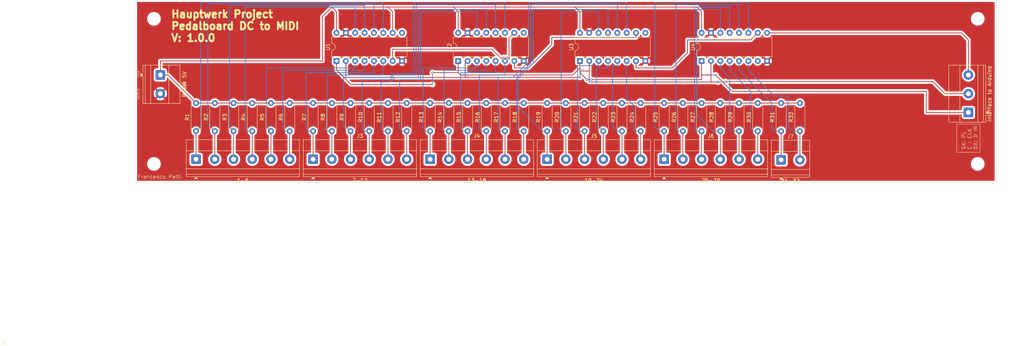
<source format=kicad_pcb>
(kicad_pcb (version 20241229) (generator "pcbnew") (generator_version "9.0")
  (title_block (title "Pedalboard_to_arduino_interface") (date "2025-08-01") (rev "1.0.0") (company "Francesco Patti") (comment 1 "Copyright (c) 2025"))
  (layers (0 "F.Cu" signal) (2 "B.Cu" signal) (13 "F.Paste" user) (15 "B.Paste" user) (5 "F.SilkS" user "F.Silkscreen") (7 "B.SilkS" user "B.Silkscreen") (1 "F.Mask" user) (3 "B.Mask" user) (25 "Edge.Cuts" user))
  (net 0 "")
  (net 1 "GND")
  (net 2 "+5V")
  (net 3 "Net-(J2-Pin_4)")
  (net 4 "Net-(J2-Pin_1)")
  (net 5 "Net-(J2-Pin_5)")
  (net 6 "Net-(J2-Pin_3)")
  (net 7 "Net-(J2-Pin_2)")
  (net 8 "Net-(J2-Pin_6)")
  (net 9 "Net-(J3-Pin_4)")
  (net 10 "Net-(J3-Pin_5)")
  (net 11 "Net-(J3-Pin_2)")
  (net 12 "Net-(J3-Pin_3)")
  (net 13 "Net-(J3-Pin_6)")
  (net 14 "Net-(J3-Pin_1)")
  (net 15 "Net-(J4-Pin_5)")
  (net 16 "Net-(J4-Pin_1)")
  (net 17 "Net-(J4-Pin_4)")
  (net 18 "Net-(J4-Pin_6)")
  (net 19 "Net-(J4-Pin_3)")
  (net 20 "Net-(J4-Pin_2)")
  (net 21 "Net-(J5-Pin_2)")
  (net 22 "Net-(J5-Pin_4)")
  (net 23 "Net-(J5-Pin_3)")
  (net 24 "Net-(J5-Pin_5)")
  (net 25 "Net-(J5-Pin_1)")
  (net 26 "Net-(J5-Pin_6)")
  (net 27 "Net-(J6-Pin_1)")
  (net 28 "Net-(J6-Pin_3)")
  (net 29 "Net-(J6-Pin_6)")
  (net 30 "Net-(J6-Pin_4)")
  (net 31 "Net-(J6-Pin_2)")
  (net 32 "Net-(J6-Pin_5)")
  (net 33 "Net-(J7-Pin_2)")
  (net 34 "Net-(J7-Pin_1)")
  (net 35 "Net-(J8-Pin_3)")
  (net 36 "Net-(J8-Pin_1)")
  (net 38 "Net-(U1-~{Q7})")
  (net 39 "Net-(U2-~{Q7})")
  (net 41 "Net-(U3-~{Q7})")
  (net 44 "Net-(J8-Pin_2)")
  (footprint "TerminalBlock_Phoenix:TerminalBlock_Phoenix_MKDS-1,5-6-5.08_1x06_P5.08mm_Horizontal" (layer "F.Cu") (at 110.49 99.06)
    (property "Reference" "J4")
    (property "Value" "13-18")
  )
  (footprint "Resistor_THT:R_Axial_DIN0207_L6.3mm_D2.5mm_P7.62mm_Horizontal" (layer "F.Cu") (at 179.07 91.44 90)
    (property "Reference" "R26")
    (property "Value" "10k")
  )
  (footprint "Resistor_THT:R_Axial_DIN0207_L6.3mm_D2.5mm_P7.62mm_Horizontal" (layer "F.Cu") (at 115.57 91.44 90)
    (property "Reference" "R14")
    (property "Value" "10k")
  )
  (footprint "Resistor_THT:R_Axial_DIN0207_L6.3mm_D2.5mm_P7.62mm_Horizontal" (layer "F.Cu") (at 194.31 91.44 90)
    (property "Reference" "R29")
    (property "Value" "10k")
  )
  (footprint "TerminalBlock_Phoenix:TerminalBlock_Phoenix_MKDS-1,5-6-5.08_1x06_P5.08mm_Horizontal" (layer "F.Cu") (at 173.99 99.06)
    (property "Reference" "J6")
    (property "Value" "25-30")
  )
  (footprint "Resistor_THT:R_Axial_DIN0207_L6.3mm_D2.5mm_P7.62mm_Horizontal" (layer "F.Cu") (at 199.39 91.44 90)
    (property "Reference" "R30")
    (property "Value" "10k")
  )
  (footprint "TerminalBlock_Phoenix:TerminalBlock_Phoenix_MKDS-1,5-2-5.08_1x02_P5.08mm_Horizontal" (layer "F.Cu") (at 205.735 99.2325)
    (property "Reference" "J7")
    (property "Value" "31-32")
  )
  (footprint "Resistor_THT:R_Axial_DIN0207_L6.3mm_D2.5mm_P7.62mm_Horizontal" (layer "F.Cu") (at 104.14 91.44 90)
    (property "Reference" "R12")
    (property "Value" "10k")
  )
  (footprint "Resistor_THT:R_Axial_DIN0207_L6.3mm_D2.5mm_P7.62mm_Horizontal" (layer "F.Cu") (at 83.82 91.44 90)
    (property "Reference" "R8")
    (property "Value" "10k")
  )
  (footprint "MountingHole:MountingHole_3.2mm_M3_DIN965" (layer "F.Cu") (at 259.08 100.33)
    (property "Reference" "REF**")
    (property "Value" "MountingHole_3.2mm_M3_DIN965")
  )
  (footprint "Resistor_THT:R_Axial_DIN0207_L6.3mm_D2.5mm_P7.62mm_Horizontal" (layer "F.Cu") (at 110.49 91.44 90)
    (property "Reference" "R13")
    (property "Value" "10k")
  )
  (footprint "Resistor_THT:R_Axial_DIN0207_L6.3mm_D2.5mm_P7.62mm_Horizontal" (layer "F.Cu") (at 93.98 91.44 90)
    (property "Reference" "R10")
    (property "Value" "10k")
  )
  (footprint "Resistor_THT:R_Axial_DIN0207_L6.3mm_D2.5mm_P7.62mm_Horizontal" (layer "F.Cu") (at 62.23 91.44 90)
    (property "Reference" "R4")
    (property "Value" "10k")
  )
  (footprint "Resistor_THT:R_Axial_DIN0207_L6.3mm_D2.5mm_P7.62mm_Horizontal" (layer "F.Cu") (at 135.89 91.44 90)
    (property "Reference" "R18")
    (property "Value" "10k")
  )
  (footprint "Resistor_THT:R_Axial_DIN0207_L6.3mm_D2.5mm_P7.62mm_Horizontal" (layer "F.Cu") (at 88.9 91.44 90)
    (property "Reference" "R9")
    (property "Value" "10k")
  )
  (footprint "Resistor_THT:R_Axial_DIN0207_L6.3mm_D2.5mm_P7.62mm_Horizontal" (layer "F.Cu") (at 184.15 91.44 90)
    (property "Reference" "R27")
    (property "Value" "10k")
  )
  (footprint "Resistor_THT:R_Axial_DIN0207_L6.3mm_D2.5mm_P7.62mm_Horizontal" (layer "F.Cu") (at 67.31 91.44 90)
    (property "Reference" "R5")
    (property "Value" "10k")
  )
  (footprint "Resistor_THT:R_Axial_DIN0207_L6.3mm_D2.5mm_P7.62mm_Horizontal" (layer "F.Cu") (at 57.15 91.44 90)
    (property "Reference" "R3")
    (property "Value" "10k")
  )
  (footprint "Resistor_THT:R_Axial_DIN0207_L6.3mm_D2.5mm_P7.62mm_Horizontal" (layer "F.Cu") (at 189.23 91.44 90)
    (property "Reference" "R28")
    (property "Value" "10k")
  )
  (footprint "Package_DIP:DIP-16_W7.62mm" (layer "F.Cu") (at 184.15 72.39 90)
    (property "Reference" "U4")
    (property "Value" "74HC165")
  )
  (footprint "TerminalBlock_Phoenix:TerminalBlock_Phoenix_MKDS-1,5-6-5.08_1x06_P5.08mm_Horizontal" (layer "F.Cu") (at 78.74 99.06)
    (property "Reference" "J3")
    (property "Value" "7-12")
  )
  (footprint "MountingHole:MountingHole_3.2mm_M3_DIN965" (layer "F.Cu") (at 35.56 60.96)
    (property "Reference" "REF**")
    (property "Value" "MountingHole_3.2mm_M3_DIN965")
  )
  (footprint "Resistor_THT:R_Axial_DIN0207_L6.3mm_D2.5mm_P7.62mm_Horizontal" (layer "F.Cu") (at 152.4 91.44 90)
    (property "Reference" "R21")
    (property "Value" "10k")
  )
  (footprint "Resistor_THT:R_Axial_DIN0207_L6.3mm_D2.5mm_P7.62mm_Horizontal" (layer "F.Cu") (at 167.64 91.44 90)
    (property "Reference" "R24")
    (property "Value" "10k")
  )
  (footprint "Resistor_THT:R_Axial_DIN0207_L6.3mm_D2.5mm_P7.62mm_Horizontal" (layer "F.Cu") (at 99.06 91.44 90)
    (property "Reference" "R11")
    (property "Value" "10k")
  )
  (footprint "MountingHole:MountingHole_3.2mm_M3_DIN965" (layer "F.Cu") (at 259.08 60.96)
    (property "Reference" "REF**")
    (property "Value" "MountingHole_3.2mm_M3_DIN965")
  )
  (footprint "Resistor_THT:R_Axial_DIN0207_L6.3mm_D2.5mm_P7.62mm_Horizontal" (layer "F.Cu") (at 142.24 91.44 90)
    (property "Reference" "R19")
    (property "Value" "10k")
  )
  (footprint "Resistor_THT:R_Axial_DIN0207_L6.3mm_D2.5mm_P7.62mm_Horizontal" (layer "F.Cu") (at 130.81 91.44 90)
    (property "Reference" "R17")
    (property "Value" "10k")
  )
  (footprint "Resistor_THT:R_Axial_DIN0207_L6.3mm_D2.5mm_P7.62mm_Horizontal" (layer "F.Cu") (at 173.99 91.44 90)
    (property "Reference" "R25")
    (property "Value" "10k")
  )
  (footprint "Resistor_THT:R_Axial_DIN0207_L6.3mm_D2.5mm_P7.62mm_Horizontal" (layer "F.Cu") (at 125.73 91.44 90)
    (property "Reference" "R16")
    (property "Value" "10k")
  )
  (footprint "TerminalBlock_Phoenix:TerminalBlock_Phoenix_MKDS-1,5-3-5.08_1x03_P5.08mm_Horizontal" (layer "F.Cu") (at 256.54 86.36 90)
    (property "Reference" "J8")
    (property "Value" "Interface to Arduino")
  )
  (footprint "Resistor_THT:R_Axial_DIN0207_L6.3mm_D2.5mm_P7.62mm_Horizontal" (layer "F.Cu") (at 78.74 91.44 90)
    (property "Reference" "R7")
    (property "Value" "10k")
  )
  (footprint "Resistor_THT:R_Axial_DIN0207_L6.3mm_D2.5mm_P7.62mm_Horizontal" (layer "F.Cu") (at 210.82 91.44 90)
    (property "Reference" "R32")
    (property "Value" "10k")
  )
  (footprint "Resistor_THT:R_Axial_DIN0207_L6.3mm_D2.5mm_P7.62mm_Horizontal" (layer "F.Cu") (at 120.65 91.44 90)
    (property "Reference" "R15")
    (property "Value" "10k")
  )
  (footprint "Resistor_THT:R_Axial_DIN0207_L6.3mm_D2.5mm_P7.62mm_Horizontal" (layer "F.Cu") (at 52.07 91.44 90)
    (property "Reference" "R2")
    (property "Value" "10k")
  )
  (footprint "TerminalBlock_Phoenix:TerminalBlock_Phoenix_MKDS-1,5-2-5.08_1x02_P5.08mm_Horizontal" (layer "F.Cu") (at 37.2925 76.195 -90)
    (property "Reference" "J1")
    (property "Value" "Power 5V")
  )
  (footprint "Resistor_THT:R_Axial_DIN0207_L6.3mm_D2.5mm_P7.62mm_Horizontal" (layer "F.Cu") (at 157.48 91.44 90)
    (property "Reference" "R22")
    (property "Value" "10k")
  )
  (footprint "TerminalBlock_Phoenix:TerminalBlock_Phoenix_MKDS-1,5-6-5.08_1x06_P5.08mm_Horizontal" (layer "F.Cu") (at 46.99 99.06)
    (property "Reference" "J2")
    (property "Value" "1-6")
  )
  (footprint "TerminalBlock_Phoenix:TerminalBlock_Phoenix_MKDS-1,5-6-5.08_1x06_P5.08mm_Horizontal" (layer "F.Cu") (at 142.24 99.06)
    (property "Reference" "J5")
    (property "Value" "19-24")
  )
  (footprint "Resistor_THT:R_Axial_DIN0207_L6.3mm_D2.5mm_P7.62mm_Horizontal" (layer "F.Cu") (at 162.56 91.44 90)
    (property "Reference" "R23")
    (property "Value" "10k")
  )
  (footprint "Resistor_THT:R_Axial_DIN0207_L6.3mm_D2.5mm_P7.62mm_Horizontal" (layer "F.Cu") (at 147.32 91.44 90)
    (property "Reference" "R20")
    (property "Value" "10k")
  )
  (footprint "Package_DIP:DIP-16_W7.62mm" (layer "F.Cu") (at 85.09 72.39 90)
    (property "Reference" "U1")
    (property "Value" "74HC165")
  )
  (footprint "Package_DIP:DIP-16_W7.62mm" (layer "F.Cu") (at 151.13 72.39 90)
    (property "Reference" "U3")
    (property "Value" "74HC165")
  )
  (footprint "MountingHole:MountingHole_3.2mm_M3_DIN965" (layer "F.Cu") (at 35.56 100.33)
    (property "Reference" "REF**")
    (property "Value" "MountingHole_3.2mm_M3_DIN965")
  )
  (footprint "Resistor_THT:R_Axial_DIN0207_L6.3mm_D2.5mm_P7.62mm_Horizontal" (layer "F.Cu") (at 72.39 91.44 90)
    (property "Reference" "R6")
    (property "Value" "10k")
  )
  (footprint "Resistor_THT:R_Axial_DIN0207_L6.3mm_D2.5mm_P7.62mm_Horizontal" (layer "F.Cu") (at 205.74 91.44 90)
    (property "Reference" "R31")
    (property "Value" "10k")
  )
  (footprint "Resistor_THT:R_Axial_DIN0207_L6.3mm_D2.5mm_P7.62mm_Horizontal" (layer "F.Cu") (at 46.99 91.44 90)
    (property "Reference" "R1")
    (property "Value" "10k")
  )
  (footprint "Package_DIP:DIP-16_W7.62mm" (layer "F.Cu") (at 118.11 72.39 90)
    (property "Reference" "U2")
    (property "Value" "74HC165")
  )
  (gr_rect (start 253.365 89.535) (end 259.715 97.155) (stroke (width 0.1)) (fill no) (layer "F.SilkS"))
  (gr_line (start 30.48 105.41) (end 30.48 55.88) (stroke (width 0.05)) (layer "Edge.Cuts"))
  (gr_line (start 264.16 105.41) (end 30.48 105.41) (stroke (width 0.05)) (layer "Edge.Cuts"))
  (gr_line (start 30.48 55.88) (end 264.16 55.88) (stroke (width 0.05)) (layer "Edge.Cuts"))
  (gr_line (start 264.16 55.88) (end 264.16 105.41) (stroke (width 0.05)) (layer "Edge.Cuts"))
  (gr_text "5V    GND" (at 30.48 74.93 270) (layer "F.SilkS") (effects (font (size 1 1) (thickness 0.1)) (justify left bottom)))
  (gr_text "Francesco Patti" (at 31.115 104.39 0) (layer "F.SilkS") (effects (font (size 1 1) (thickness 0.1)) (justify left bottom)))
  (gr_text "Hauptwerk Project\nPedalboard DC to MIDI\nV: 1.0.0" (at 40.005 67.31 0) (layer "F.SilkS") (effects (font (size 2 2) (thickness 0.5) (bold yes)) (justify left bottom)))
  (gr_text "SX: PL\nC : CLK\nDX: D IN" (at 259.08 96.52 90) (layer "F.SilkS") (effects (font (size 1 1) (thickness 0.1)) (justify left bottom)))
  (segment (start 88.9 83.82) (end 93.98 83.82) (width 0.2) (layer "F.Cu") (net 2))
  (segment (start 184.15 59.055) (end 184.15 64.77) (width 0.2) (layer "F.Cu") (net 2))
  (segment (start 125.73 83.82) (end 130.81 83.82) (width 0.2) (layer "F.Cu") (net 2))
  (segment (start 110.49 83.82) (end 115.57 83.82) (width 0.2) (layer "F.Cu") (net 2))
  (segment (start 194.31 83.82) (end 199.39 83.82) (width 0.2) (layer "F.Cu") (net 2))
  (segment (start 120.65 83.82) (end 125.73 83.82) (width 0.2) (layer "F.Cu") (net 2))
  (segment (start 179.07 83.82) (end 184.15 83.82) (width 0.2) (layer "F.Cu") (net 2))
  (segment (start 147.32 83.82) (end 152.4 83.82) (width 0.2) (layer "F.Cu") (net 2))
  (segment (start 78.74 83.82) (end 83.82 83.82) (width 0.2) (layer "F.Cu") (net 2))
  (segment (start 189.23 83.82) (end 194.31 83.82) (width 0.2) (layer "F.Cu") (net 2))
  (segment (start 140.97 83.82) (end 147.32 83.82) (width 0.2) (layer "F.Cu") (net 2))
  (segment (start 52.07 83.82) (end 57.15 83.82) (width 0.2) (layer "F.Cu") (net 2))
  (segment (start 135.89 83.82) (end 140.97 83.82) (width 0.2) (layer "F.Cu") (net 2))
  (segment (start 149.86 57.785) (end 182.88 57.785) (width 0.2) (layer "F.Cu") (net 2))
  (segment (start 173.99 83.82) (end 179.07 83.82) (width 0.2) (layer "F.Cu") (net 2))
  (segment (start 152.4 83.82) (end 157.48 83.82) (width 0.2) (layer "F.Cu") (net 2))
  (segment (start 83.82 83.82) (end 88.9 83.82) (width 0.2) (layer "F.Cu") (net 2))
  (segment (start 130.81 83.82) (end 135.89 83.82) (width 0.2) (layer "F.Cu") (net 2))
  (segment (start 57.15 83.82) (end 62.23 83.82) (width 0.2) (layer "F.Cu") (net 2))
  (segment (start 205.74 83.82) (end 210.82 83.82) (width 0.2) (layer "F.Cu") (net 2))
  (segment (start 46.99 83.82) (end 52.07 83.82) (width 0.2) (layer "F.Cu") (net 2))
  (segment (start 37.2925 76.195) (end 39.365 76.195) (width 0.2) (layer "F.Cu") (net 2))
  (segment (start 93.98 83.82) (end 99.06 83.82) (width 0.2) (layer "F.Cu") (net 2))
  (segment (start 83.82 57.785) (end 99.06 57.785) (width 0.2) (layer "F.Cu") (net 2))
  (segment (start 118.11 59.055) (end 118.11 64.77) (width 0.2) (layer "F.Cu") (net 2))
  (segment (start 149.86 57.785) (end 151.13 59.055) (width 0.2) (layer "F.Cu") (net 2))
  (segment (start 116.84 57.785) (end 118.11 59.055) (width 0.2) (layer "F.Cu") (net 2))
  (segment (start 100.33 64.77) (end 100.33 59.055) (width 0.2) (layer "F.Cu") (net 2))
  (segment (start 81.28 60.325) (end 83.82 57.785) (width 0.2) (layer "F.Cu") (net 2))
  (segment (start 104.14 83.82) (end 110.49 83.82) (width 0.2) (layer "F.Cu") (net 2))
  (segment (start 100.33 59.055) (end 99.06 57.785) (width 0.2) (layer "F.Cu") (net 2))
  (segment (start 151.13 59.055) (end 151.13 64.77) (width 0.2) (layer "F.Cu") (net 2))
  (segment (start 72.39 83.82) (end 78.74 83.82) (width 0.2) (layer "F.Cu") (net 2))
  (segment (start 167.64 83.82) (end 173.99 83.82) (width 0.2) (layer "F.Cu") (net 2))
  (segment (start 157.48 83.82) (end 162.56 83.82) (width 0.2) (layer "F.Cu") (net 2))
  (segment (start 67.31 83.82) (end 72.39 83.82) (width 0.2) (layer "F.Cu") (net 2))
  (segment (start 99.06 83.82) (end 104.14 83.82) (width 0.2) (layer "F.Cu") (net 2))
  (segment (start 62.23 83.82) (end 67.31 83.82) (width 0.2) (layer "F.Cu") (net 2))
  (segment (start 39.365 76.195) (end 46.99 83.82) (width 0.2) (layer "F.Cu") (net 2))
  (segment (start 83.82 57.785) (end 85.09 59.055) (width 0.2) (layer "F.Cu") (net 2))
  (segment (start 184.15 83.82) (end 189.23 83.82) (width 0.2) (layer "F.Cu") (net 2))
  (segment (start 37.2925 72.39) (end 81.28 72.39) (width 0.2) (layer "F.Cu") (net 2))
  (segment (start 162.56 83.82) (end 167.64 83.82) (width 0.2) (layer "F.Cu") (net 2))
  (segment (start 115.57 83.82) (end 120.65 83.82) (width 0.2) (layer "F.Cu") (net 2))
  (segment (start 85.09 59.055) (end 85.09 64.77) (width 0.2) (layer "F.Cu") (net 2))
  (segment (start 182.88 57.785) (end 184.15 59.055) (width 0.2) (layer "F.Cu") (net 2))
  (segment (start 116.84 57.785) (end 149.86 57.785) (width 0.2) (layer "F.Cu") (net 2))
  (segment (start 99.06 57.785) (end 116.84 57.785) (width 0.2) (layer "F.Cu") (net 2))
  (segment (start 37.2925 76.195) (end 37.2925 72.39) (width 0.2) (layer "F.Cu") (net 2))
  (segment (start 81.28 72.39) (end 81.28 60.325) (width 0.2) (layer "F.Cu") (net 2))
  (segment (start 199.39 83.82) (end 205.74 83.82) (width 0.2) (layer "F.Cu") (net 2))
  (segment (start 62.23 91.44) (end 62.23 99.06) (width 0.2) (layer "F.Cu") (net 3))
  (segment (start 60.325 57.785) (end 90.17 57.785) (width 0.2) (layer "B.Cu") (net 3))
  (segment (start 90.17 57.785) (end 90.17 64.77) (width 0.2) (layer "B.Cu") (net 3))
  (segment (start 62.23 91.44) (end 60.96 91.44) (width 0.2) (layer "B.Cu") (net 3))
  (segment (start 60.96 91.44) (end 60.325 90.805) (width 0.2) (layer "B.Cu") (net 3))
  (segment (start 60.325 90.805) (end 60.325 57.785) (width 0.2) (layer "B.Cu") (net 3))
  (segment (start 46.99 91.44) (end 46.99 99.06) (width 0.2) (layer "F.Cu") (net 4))
  (segment (start 46.99 91.44) (end 48.26 90.17) (width 0.2) (layer "B.Cu") (net 4))
  (segment (start 48.26 56.515) (end 97.79 56.515) (width 0.2) (layer "B.Cu") (net 4))
  (segment (start 48.26 90.17) (end 48.26 56.515) (width 0.2) (layer "B.Cu") (net 4))
  (segment (start 97.79 56.515) (end 97.79 64.77) (width 0.2) (layer "B.Cu") (net 4))
  (segment (start 67.31 91.44) (end 67.31 99.06) (width 0.2) (layer "F.Cu") (net 5))
  (segment (start 67.31 91.44) (end 66.04 90.17) (width 0.2) (layer "B.Cu") (net 5))
  (segment (start 66.04 90.17) (end 66.04 74.295) (width 0.2) (layer "B.Cu") (net 5))
  (segment (start 66.04 74.295) (end 90.17 74.295) (width 0.2) (layer "B.Cu") (net 5))
  (segment (start 90.17 74.295) (end 90.17 72.39) (width 0.2) (layer "B.Cu") (net 5))
  (segment (start 57.15 91.44) (end 57.15 99.06) (width 0.2) (layer "F.Cu") (net 6))
  (segment (start 92.71 57.317) (end 92.71 64.77) (width 0.2) (layer "B.Cu") (net 6))
  (segment (start 56.049 90.339) (end 56.049 57.616) (width 0.2) (layer "B.Cu") (net 6))
  (segment (start 57.15 91.44) (end 56.049 90.339) (width 0.2) (layer "B.Cu") (net 6))
  (segment (start 56.348 57.317) (end 92.71 57.317) (width 0.2) (layer "B.Cu") (net 6))
  (segment (start 56.049 57.616) (end 56.348 57.317) (width 0.2) (layer "B.Cu") (net 6))
  (segment (start 52.07 91.44) (end 52.07 99.06) (width 0.2) (layer "F.Cu") (net 7))
  (segment (start 52.07 91.44) (end 50.165 89.535) (width 0.2) (layer "B.Cu") (net 7))
  (segment (start 95.25 56.916) (end 95.25 64.77) (width 0.2) (layer "B.Cu") (net 7))
  (segment (start 50.399 56.916) (end 95.25 56.916) (width 0.2) (layer "B.Cu") (net 7))
  (segment (start 50.165 57.15) (end 50.399 56.916) (width 0.2) (layer "B.Cu") (net 7))
  (segment (start 50.165 89.535) (end 50.165 57.15) (width 0.2) (layer "B.Cu") (net 7))
  (segment (start 72.39 91.44) (end 72.39 99.06) (width 0.2) (layer "F.Cu") (net 8))
  (segment (start 92.71 74.93) (end 92.71 72.39) (width 0.2) (layer "B.Cu") (net 8))
  (segment (start 70.485 90.805) (end 70.485 74.93) (width 0.2) (layer "B.Cu") (net 8))
  (segment (start 72.39 91.44) (end 71.12 91.44) (width 0.2) (layer "B.Cu") (net 8))
  (segment (start 70.485 74.93) (end 92.71 74.93) (width 0.2) (layer "B.Cu") (net 8))
  (segment (start 71.12 91.44) (end 70.485 90.805) (width 0.2) (layer "B.Cu") (net 8))
  (segment (start 93.98 91.44) (end 93.98 99.06) (width 0.2) (layer "F.Cu") (net 9))
  (segment (start 106.68 76.2) (end 106.68 57.15) (width 0.2) (layer "B.Cu") (net 9))
  (segment (start 92.71 91.44) (end 92.075 90.805) (width 0.2) (layer "B.Cu") (net 9))
  (segment (start 92.075 90.805) (end 92.075 77.47) (width 0.2) (layer "B.Cu") (net 9))
  (segment (start 92.075 77.47) (end 99.695 77.47) (width 0.2) (layer "B.Cu") (net 9))
  (segment (start 106.68 57.15) (end 128.27 57.15) (width 0.2) (layer "B.Cu") (net 9))
  (segment (start 100.33 76.2) (end 106.68 76.2) (width 0.2) (layer "B.Cu") (net 9))
  (segment (start 93.98 91.44) (end 92.71 91.44) (width 0.2) (layer "B.Cu") (net 9))
  (segment (start 99.695 77.47) (end 100.33 76.835) (width 0.2) (layer "B.Cu") (net 9))
  (segment (start 100.33 76.835) (end 100.33 76.2) (width 0.2) (layer "B.Cu") (net 9))
  (segment (start 128.27 57.15) (end 128.27 64.77) (width 0.2) (layer "B.Cu") (net 9))
  (segment (start 99.06 91.44) (end 99.06 99.06) (width 0.2) (layer "F.Cu") (net 10))
  (segment (start 107.315 76.835) (end 107.315 58.42) (width 0.2) (layer "B.Cu") (net 10))
  (segment (start 125.73 58.42) (end 125.73 64.77) (width 0.2) (layer "B.Cu") (net 10))
  (segment (start 97.155 78.105) (end 99.695 78.105) (width 0.2) (layer "B.Cu") (net 10))
  (segment (start 107.315 58.42) (end 125.73 58.42) (width 0.2) (layer "B.Cu") (net 10))
  (segment (start 99.695 78.105) (end 100.965 76.835) (width 0.2) (layer "B.Cu") (net 10))
  (segment (start 100.965 76.835) (end 107.315 76.835) (width 0.2) (layer "B.Cu") (net 10))
  (segment (start 97.79 91.44) (end 97.155 90.805) (width 0.2) (layer "B.Cu") (net 10))
  (segment (start 97.155 90.805) (end 97.155 78.105) (width 0.2) (layer "B.Cu") (net 10))
  (segment (start 99.06 91.44) (end 97.79 91.44) (width 0.2) (layer "B.Cu") (net 10))
  (segment (start 83.82 91.44) (end 83.82 99.06) (width 0.2) (layer "F.Cu") (net 11))
  (segment (start 82.55 91.44) (end 81.915 90.805) (width 0.2) (layer "B.Cu") (net 11))
  (segment (start 81.915 90.805) (end 82.55 90.17) (width 0.2) (layer "B.Cu") (net 11))
  (segment (start 97.79 76.2) (end 97.79 72.39) (width 0.2) (layer "B.Cu") (net 11))
  (segment (start 83.82 91.44) (end 82.55 91.44) (width 0.2) (layer "B.Cu") (net 11))
  (segment (start 82.55 90.17) (end 82.55 76.2) (width 0.2) (layer "B.Cu") (net 11))
  (segment (start 82.55 76.2) (end 97.79 76.2) (width 0.2) (layer "B.Cu") (net 11))
  (segment (start 88.9 91.44) (end 88.9 99.06) (width 0.2) (layer "F.Cu") (net 12))
  (segment (start 106.045 56.515) (end 130.81 56.515) (width 0.2) (layer "B.Cu") (net 12))
  (segment (start 86.995 76.835) (end 99.7629 76.835) (width 0.2) (layer "B.Cu") (net 12))
  (segment (start 100.1639 75.799) (end 106.045 75.799) (width 0.2) (layer "B.Cu") (net 12))
  (segment (start 87.63 90.17) (end 86.995 90.17) (width 0.2) (layer "B.Cu") (net 12))
  (segment (start 99.929 76.6689) (end 99.929 76.0339) (width 0.2) (layer "B.Cu") (net 12))
  (segment (start 130.81 56.515) (end 130.81 64.77) (width 0.2) (layer "B.Cu") (net 12))
  (segment (start 106.045 75.799) (end 106.045 56.515) (width 0.2) (layer "B.Cu") (net 12))
  (segment (start 86.995 90.17) (end 86.995 76.835) (width 0.2) (layer "B.Cu") (net 12))
  (segment (start 88.9 91.44) (end 87.63 90.17) (width 0.2) (layer "B.Cu") (net 12))
  (segment (start 99.929 76.0339) (end 100.1639 75.799) (width 0.2) (layer "B.Cu") (net 12))
  (segment (start 99.7629 76.835) (end 99.929 76.6689) (width 0.2) (layer "B.Cu") (net 12))
  (segment (start 104.14 91.44) (end 104.14 99.06) (width 0.2) (layer "F.Cu") (net 13))
  (segment (start 107.95 77.47) (end 107.95 59.055) (width 0.2) (layer "B.Cu") (net 13))
  (segment (start 102.87 91.44) (end 102.235 90.805) (width 0.2) (layer "B.Cu") (net 13))
  (segment (start 107.95 59.055) (end 123.19 59.055) (width 0.2) (layer "B.Cu") (net 13))
  (segment (start 123.19 59.055) (end 123.19 64.77) (width 0.2) (layer "B.Cu") (net 13))
  (segment (start 102.235 77.47) (end 107.95 77.47) (width 0.2) (layer "B.Cu") (net 13))
  (segment (start 102.235 90.805) (end 102.235 77.47) (width 0.2) (layer "B.Cu") (net 13))
  (segment (start 104.14 91.44) (end 102.87 91.44) (width 0.2) (layer "B.Cu") (net 13))
  (segment (start 78.74 91.44) (end 78.74 99.06) (width 0.2) (layer "F.Cu") (net 14))
  (segment (start 77.47 91.44) (end 76.835 90.805) (width 0.2) (layer "B.Cu") (net 14))
  (segment (start 95.25 75.565) (end 95.25 72.39) (width 0.2) (layer "B.Cu") (net 14))
  (segment (start 76.835 75.565) (end 95.25 75.565) (width 0.2) (layer "B.Cu") (net 14))
  (segment (start 76.835 90.805) (end 76.835 75.565) (width 0.2) (layer "B.Cu") (net 14))
  (segment (start 78.74 91.44) (end 77.47 91.44) (width 0.2) (layer "B.Cu") (net 14))
  (segment (start 130.81 91.44) (end 130.81 99.06) (width 0.2) (layer "F.Cu") (net 15))
  (segment (start 137.16 72.67705) (end 137.16 56.515) (width 0.2) (layer "B.Cu") (net 15))
  (segment (start 129.54 91.44) (end 128.905 90.805) (width 0.2) (layer "B.Cu") (net 15))
  (segment (start 130.81 91.44) (end 129.54 91.44) (width 0.2) (layer "B.Cu") (net 15))
  (segment (start 137.16 56.515) (end 163.83 56.515) (width 0.2) (layer "B.Cu") (net 15))
  (segment (start 163.83 56.515) (end 163.83 64.77) (width 0.2) (layer "B.Cu") (net 15))
  (segment (start 128.905 76.835) (end 133.00205 76.835) (width 0.2) (layer "B.Cu") (net 15))
  (segment (start 128.905 90.805) (end 128.905 76.835) (width 0.2) (layer "B.Cu") (net 15))
  (segment (start 133.00205 76.835) (end 137.16 72.67705) (width 0.2) (layer "B.Cu") (net 15))
  (segment (start 110.49 91.44) (end 110.49 99.06) (width 0.2) (layer "F.Cu") (net 16))
  (segment (start 109.22 91.44) (end 108.585 90.805) (width 0.2) (layer "B.Cu") (net 16))
  (segment (start 123.19 74.295) (end 123.19 72.39) (width 0.2) (layer "B.Cu") (net 16))
  (segment (start 108.585 74.295) (end 123.19 74.295) (width 0.2) (layer "B.Cu") (net 16))
  (segment (start 110.49 91.44) (end 109.22 91.44) (width 0.2) (layer "B.Cu") (net 16))
  (segment (start 108.585 90.805) (end 108.585 74.295) (width 0.2) (layer "B.Cu") (net 16))
  (segment (start 125.73 91.44) (end 125.73 99.06) (width 0.2) (layer "F.Cu") (net 17))
  (segment (start 125.73 91.44) (end 124.46 91.44) (width 0.2) (layer "B.Cu") (net 17))
  (segment (start 123.825 90.805) (end 123.825 76.2) (width 0.2) (layer "B.Cu") (net 17))
  (segment (start 124.46 91.44) (end 123.825 90.805) (width 0.2) (layer "B.Cu") (net 17))
  (segment (start 123.825 76.2) (end 130.81 76.2) (width 0.2) (layer "B.Cu") (net 17))
  (segment (start 130.81 76.2) (end 130.81 72.39) (width 0.2) (layer "B.Cu") (net 17))
  (segment (start 135.89 91.44) (end 135.89 99.06) (width 0.2) (layer "F.Cu") (net 18))
  (segment (start 137.795 73.025) (end 137.795 57.15) (width 0.2) (layer "B.Cu") (net 18))
  (segment (start 137.795 57.15) (end 138.43 57.15) (width 0.2) (layer "B.Cu") (net 18))
  (segment (start 133.985 76.835) (end 137.795 73.025) (width 0.2) (layer "B.Cu") (net 18))
  (segment (start 133.985 90.805) (end 133.985 76.835) (width 0.2) (layer "B.Cu") (net 18))
  (segment (start 161.29 56.916) (end 161.29 64.77) (width 0.2) (layer "B.Cu") (net 18))
  (segment (start 138.43 57.15) (end 138.664 56.916) (width 0.2) (layer "B.Cu") (net 18))
  (segment (start 135.89 91.44) (end 134.62 91.44) (width 0.2) (layer "B.Cu") (net 18))
  (segment (start 138.664 56.916) (end 161.29 56.916) (width 0.2) (layer "B.Cu") (net 18))
  (segment (start 134.62 91.44) (end 133.985 90.805) (width 0.2) (layer "B.Cu") (net 18))
  (segment (start 120.65 91.44) (end 120.65 99.06) (width 0.2) (layer "F.Cu") (net 19))
  (segment (start 118.745 75.565) (end 128.27 75.565) (width 0.2) (layer "B.Cu") (net 19))
  (segment (start 120.65 91.44) (end 119.38 91.44) (width 0.2) (layer "B.Cu") (net 19))
  (segment (start 119.38 91.44) (end 118.745 90.805) (width 0.2) (layer "B.Cu") (net 19))
  (segment (start 118.745 90.805) (end 118.745 75.565) (width 0.2) (layer "B.Cu") (net 19))
  (segment (start 128.27 75.565) (end 128.27 72.39) (width 0.2) (layer "B.Cu") (net 19))
  (segment (start 115.57 91.44) (end 115.57 99.06) (width 0.2) (layer "F.Cu") (net 20))
  (segment (start 114.3 91.44) (end 113.665 90.805) (width 0.2) (layer "B.Cu") (net 20))
  (segment (start 114.3 90.17) (end 114.3 74.93) (width 0.2) (layer "B.Cu") (net 20))
  (segment (start 125.73 74.93) (end 125.73 72.39) (width 0.2) (layer "B.Cu") (net 20))
  (segment (start 115.57 91.44) (end 114.3 91.44) (width 0.2) (layer "B.Cu") (net 20))
  (segment (start 113.665 90.805) (end 114.3 90.17) (width 0.2) (layer "B.Cu") (net 20))
  (segment (start 114.3 74.93) (end 125.73 74.93) (width 0.2) (layer "B.Cu") (net 20))
  (segment (start 147.32 91.44) (end 147.32 99.06) (width 0.2) (layer "F.Cu") (net 21))
  (segment (start 146.05 91.44) (end 145.415 90.805) (width 0.2) (layer "B.Cu") (net 21))
  (segment (start 147.32 91.44) (end 146.05 91.44) (width 0.2) (layer "B.Cu") (net 21))
  (segment (start 156.21 59.055) (end 156.21 64.77) (width 0.2) (layer "B.Cu") (net 21))
  (segment (start 146.05 90.17) (end 146.05 59.055) (width 0.2) (layer "B.Cu") (net 21))
  (segment (start 145.415 90.805) (end 146.05 90.17) (width 0.2) (layer "B.Cu") (net 21))
  (segment (start 146.05 59.055) (end 156.21 59.055) (width 0.2) (layer "B.Cu") (net 21))
  (segment (start 157.48 91.44) (end 157.48 99.06) (width 0.2) (layer "F.Cu") (net 22))
  (segment (start 155.575 90.17) (end 155.575 74.295) (width 0.2) (layer "B.Cu") (net 22))
  (segment (start 155.575 74.295) (end 158.75 74.295) (width 0.2) (layer "B.Cu") (net 22))
  (segment (start 157.48 91.44) (end 156.21 90.17) (width 0.2) (layer "B.Cu") (net 22))
  (segment (start 158.75 74.295) (end 158.75 72.39) (width 0.2) (layer "B.Cu") (net 22))
  (segment (start 156.21 90.17) (end 155.575 90.17) (width 0.2) (layer "B.Cu") (net 22))
  (segment (start 152.4 91.44) (end 152.4 99.06) (width 0.2) (layer "F.Cu") (net 23))
  (segment (start 150.495 73.66) (end 156.21 73.66) (width 0.2) (layer "B.Cu") (net 23))
  (segment (start 156.21 73.66) (end 156.21 72.39) (width 0.2) (layer "B.Cu") (net 23))
  (segment (start 150.495 89.535) (end 150.495 73.66) (width 0.2) (layer "B.Cu") (net 23))
  (segment (start 152.4 91.44) (end 151.13 91.44) (width 0.2) (layer "B.Cu") (net 23))
  (segment (start 151.13 91.44) (end 149.86 90.17) (width 0.2) (layer "B.Cu") (net 23))
  (segment (start 149.86 90.17) (end 150.495 89.535) (width 0.2) (layer "B.Cu") (net 23))
  (segment (start 162.56 91.44) (end 162.56 99.06) (width 0.2) (layer "F.Cu") (net 24))
  (segment (start 161.29 91.44) (end 160.02 90.17) (width 0.2) (layer "B.Cu") (net 24))
  (segment (start 161.29 73.66) (end 161.29 72.39) (width 0.2) (layer "B.Cu") (net 24))
  (segment (start 160.02 73.66) (end 161.29 73.66) (width 0.2) (layer "B.Cu") (net 24))
  (segment (start 160.02 90.17) (end 160.02 73.66) (width 0.2) (layer "B.Cu") (net 24))
  (segment (start 162.56 91.44) (end 161.29 91.44) (width 0.2) (layer "B.Cu") (net 24))
  (segment (start 142.24 91.44) (end 142.24 99.06) (width 0.2) (layer "F.Cu") (net 25))
  (segment (start 138.43 58.42) (end 158.75 58.42) (width 0.2) (layer "B.Cu") (net 25))
  (segment (start 140.97 91.44) (end 134.386 84.856) (width 0.2) (layer "B.Cu") (net 25))
  (segment (start 158.75 58.42) (end 158.75 64.77) (width 0.2) (layer "B.Cu") (net 25))
  (segment (start 134.386 84.856) (end 134.386 77.069) (width 0.2) (layer "B.Cu") (net 25))
  (segment (start 134.386 77.069) (end 138.43 73.025) (width 0.2) (layer "B.Cu") (net 25))
  (segment (start 142.24 91.44) (end 140.97 91.44) (width 0.2) (layer "B.Cu") (net 25))
  (segment (start 138.43 73.025) (end 138.43 58.42) (width 0.2) (layer "B.Cu") (net 25))
  (segment (start 167.64 91.44) (end 167.64 99.06) (width 0.2) (layer "F.Cu") (net 26))
  (segment (start 163.83 82.55) (end 163.83 72.39) (width 0.2) (layer "B.Cu") (net 26))
  (segment (start 165.735 84.455) (end 163.83 82.55) (width 0.2) (layer "B.Cu") (net 26))
  (segment (start 165.735 91.44) (end 165.735 84.455) (width 0.2) (layer "B.Cu") (net 26))
  (segment (start 167.64 91.44) (end 165.735 91.44) (width 0.2) (layer "B.Cu") (net 26))
  (segment (start 173.99 91.44) (end 173.99 99.06) (width 0.2) (layer "F.Cu") (net 27))
  (segment (start 196.85 56.515) (end 196.85 64.77) (width 0.2) (layer "B.Cu") (net 27))
  (segment (start 173.99 91.44) (end 172.72 91.44) (width 0.2) (layer "B.Cu") (net 27))
  (segment (start 171.45 56.515) (end 196.85 56.515) (width 0.2) (layer "B.Cu") (net 27))
  (segment (start 172.72 91.44) (end 171.45 90.17) (width 0.2) (layer "B.Cu") (net 27))
  (segment (start 171.45 90.17) (end 171.45 56.515) (width 0.2) (layer "B.Cu") (net 27))
  (segment (start 184.15 91.44) (end 184.15 99.06) (width 0.2) (layer "F.Cu") (net 28))
  (segment (start 191.77 57.785) (end 191.77 64.77) (width 0.2) (layer "B.Cu") (net 28))
  (segment (start 182.245 57.785) (end 191.77 57.785) (width 0.2) (layer "B.Cu") (net 28))
  (segment (start 182.245 90.805) (end 182.245 57.785) (width 0.2) (layer "B.Cu") (net 28))
  (segment (start 184.15 91.44) (end 182.88 91.44) (width 0.2) (layer "B.Cu") (net 28))
  (segment (start 182.88 91.44) (end 182.245 90.805) (width 0.2) (layer "B.Cu") (net 28))
  (segment (start 199.39 91.44) (end 199.39 99.06) (width 0.2) (layer "F.Cu") (net 29))
  (segment (start 197.485 80.645) (end 191.77 74.93) (width 0.2) (layer "B.Cu") (net 29))
  (segment (start 199.39 91.44) (end 198.12 91.44) (width 0.2) (layer "B.Cu") (net 29))
  (segment (start 191.77 74.93) (end 191.77 72.39) (width 0.2) (layer "B.Cu") (net 29))
  (segment (start 198.12 91.44) (end 197.485 90.805) (width 0.2) (layer "B.Cu") (net 29))
  (segment (start 197.485 90.805) (end 197.485 80.645) (width 0.2) (layer "B.Cu") (net 29))
  (segment (start 189.23 91.44) (end 189.23 99.06) (width 0.2) (layer "F.Cu") (net 30))
  (segment (start 189.23 58.42) (end 189.23 64.77) (width 0.2) (layer "B.Cu") (net 30))
  (segment (start 187.325 91.44) (end 182.88 86.995) (width 0.2) (layer "B.Cu") (net 30))
  (segment (start 189.23 91.44) (end 187.325 91.44) (width 0.2) (layer "B.Cu") (net 30))
  (segment (start 182.88 58.42) (end 189.23 58.42) (width 0.2) (layer "B.Cu") (net 30))
  (segment (start 182.88 86.995) (end 182.88 58.42) (width 0.2) (layer "B.Cu") (net 30))
  (segment (start 179.07 91.44) (end 179.07 99.06) (width 0.2) (layer "F.Cu") (net 31))
  (segment (start 177.165 90.805) (end 177.165 57.15) (width 0.2) (layer "B.Cu") (net 31))
  (segment (start 177.165 57.15) (end 194.31 57.15) (width 0.2) (layer "B.Cu") (net 31))
  (segment (start 177.8 91.44) (end 177.165 90.805) (width 0.2) (layer "B.Cu") (net 31))
  (segment (start 179.07 91.44) (end 177.8 91.44) (width 0.2) (layer "B.Cu") (net 31))
  (segment (start 194.31 57.15) (end 194.31 64.77) (width 0.2) (layer "B.Cu") (net 31))
  (segment (start 194.31 91.44) (end 194.31 99.06) (width 0.2) (layer "F.Cu") (net 32))
  (segment (start 191.77 90.805) (end 191.77 76.835) (width 0.2) (layer "B.Cu") (net 32))
  (segment (start 192.405 91.44) (end 191.77 90.805) (width 0.2) (layer "B.Cu") (net 32))
  (segment (start 191.77 76.835) (end 189.23 74.295) (width 0.2) (layer "B.Cu") (net 32))
  (segment (start 194.31 91.44) (end 192.405 91.44) (width 0.2) (layer "B.Cu") (net 32))
  (segment (start 189.23 74.295) (end 189.23 72.39) (width 0.2) (layer "B.Cu") (net 32))
  (segment (start 210.82 99.2275) (end 210.815 99.2325) (width 0.2) (layer "F.Cu") (net 33))
  (segment (start 210.82 91.44) (end 210.82 99.2275) (width 0.2) (layer "F.Cu") (net 33))
  (segment (start 208.915 91.44) (end 207.645 90.17) (width 0.2) (layer "B.Cu") (net 33))
  (segment (start 210.82 91.44) (end 208.915 91.44) (width 0.2) (layer "B.Cu") (net 33))
  (segment (start 196.85 74.93) (end 196.85 72.39) (width 0.2) (layer "B.Cu") (net 33))
  (segment (start 207.645 90.17) (end 207.645 81.915) (width 0.2) (layer "B.Cu") (net 33))
  (segment (start 207.645 81.915) (end 203.835 81.915) (width 0.2) (layer "B.Cu") (net 33))
  (segment (start 203.835 81.915) (end 196.85 74.93) (width 0.2) (layer "B.Cu") (net 33))
  (segment (start 205.74 91.44) (end 205.74 99.2275) (width 0.2) (layer "F.Cu") (net 34))
  (segment (start 205.74 99.2275) (end 205.735 99.2325) (width 0.2) (layer "F.Cu") (net 34))
  (segment (start 205.74 91.44) (end 203.835 91.44) (width 0.2) (layer "B.Cu") (net 34))
  (segment (start 194.31 74.93) (end 194.31 72.39) (width 0.2) (layer "B.Cu") (net 34))
  (segment (start 203.835 91.44) (end 203.2 90.805) (width 0.2) (layer "B.Cu") (net 34))
  (segment (start 203.2 90.805) (end 203.2 83.82) (width 0.2) (layer "B.Cu") (net 34))
  (segment (start 203.2 83.82) (end 194.31 74.93) (width 0.2) (layer "B.Cu") (net 34))
  (segment (start 254.635 64.77) (end 256.54 66.675) (width 0.2) (layer "F.Cu") (net 35))
  (segment (start 256.54 66.675) (end 256.54 76.2) (width 0.2) (layer "F.Cu") (net 35))
  (segment (start 201.93 64.77) (end 254.635 64.77) (width 0.2) (layer "F.Cu") (net 35))
  (segment (start 245.11 80.645) (end 245.11 86.36) (width 0.2) (layer "F.Cu") (net 36))
  (segment (start 118.11 75.565) (end 118.745 76.2) (width 0.2) (layer "F.Cu") (net 36))
  (segment (start 85.09 74.8621) (end 85.09 72.39) (width 0.2) (layer "F.Cu") (net 36))
  (segment (start 153.035 77.47) (end 151.13 75.565) (width 0.2) (layer "F.Cu") (net 36))
  (segment (start 118.745 76.2) (end 119.415 76.2) (width 0.2) (layer "F.Cu") (net 36))
  (segment (start 120.65 76.2) (end 149.225 76.2) (width 0.2) (layer "F.Cu") (net 36))
  (segment (start 151.13 75.565) (end 151.13 74.295) (width 0.2) (layer "F.Cu") (net 36))
  (segment (start 184.15 76.2) (end 184.15 77.47) (width 0.2) (layer "F.Cu") (net 36))
  (segment (start 192.405 80.645) (end 245.11 80.645) (width 0.2) (layer "F.Cu") (net 36))
  (segment (start 245.11 86.36) (end 256.54 86.36) (width 0.2) (layer "F.Cu") (net 36))
  (segment (start 184.15 77.47) (end 154.305 77.47) (width 0.2) (layer "F.Cu") (net 36))
  (segment (start 151.13 74.295) (end 151.13 72.39) (width 0.2) (layer "F.Cu") (net 36))
  (segment (start 111.125 78.74) (end 88.9679 78.74) (width 0.2) (layer "F.Cu") (net 36))
  (segment (start 187.96 76.2) (end 192.405 80.645) (width 0.2) (layer "F.Cu") (net 36))
  (segment (start 154.305 77.47) (end 154.27 77.47) (width 0.2) (layer "F.Cu") (net 36))
  (segment (start 118.11 72.39) (end 118.11 75.565) (width 0.2) (layer "F.Cu") (net 36))
  (segment (start 118.11 75.565) (end 111.125 75.565) (width 0.2) (layer "F.Cu") (net 36))
  (segment (start 149.225 76.2) (end 151.13 74.295) (width 0.2) (layer "F.Cu") (net 36))
  (segment (start 184.15 72.39) (end 184.15 76.2) (width 0.2) (layer "F.Cu") (net 36))
  (segment (start 184.15 76.2) (end 186.09 76.2) (width 0.2) (layer "F.Cu") (net 36))
  (segment (start 88.9679 78.74) (end 85.09 74.8621) (width 0.2) (layer "F.Cu") (net 36))
  (via (at 111.125 75.565) (size 0.6) (drill 0.3) (layers "F.Cu" "B.Cu") (net 36))
  (via (at 120.65 76.2) (size 0.6) (drill 0.3) (layers "F.Cu" "B.Cu") (net 36))
  (via (at 186.09 76.2) (size 0.6) (drill 0.3) (layers "F.Cu" "B.Cu") (net 36))
  (via (at 119.415 76.2) (size 0.6) (drill 0.3) (layers "F.Cu" "B.Cu") (net 36))
  (via (at 154.27 77.47) (size 0.6) (drill 0.3) (layers "F.Cu" "B.Cu") (net 36))
  (via (at 111.125 78.74) (size 0.6) (drill 0.3) (layers "F.Cu" "B.Cu") (net 36))
  (via (at 153.035 77.47) (size 0.6) (drill 0.3) (layers "F.Cu" "B.Cu") (net 36))
  (via (at 187.96 76.2) (size 0.6) (drill 0.3) (layers "F.Cu" "B.Cu") (net 36))
  (segment (start 111.125 75.565) (end 111.125 78.74) (width 0.2) (layer "B.Cu") (net 36))
  (segment (start 119.415 76.2) (end 120.65 76.2) (width 0.2) (layer "B.Cu") (net 36))
  (segment (start 154.27 77.47) (end 153.035 77.47) (width 0.2) (layer "B.Cu") (net 36))
  (segment (start 186.09 76.2) (end 187.325 76.2) (width 0.2) (layer "B.Cu") (net 36))
  (segment (start 187.325 76.2) (end 187.96 76.2) (width 0.2) (layer "B.Cu") (net 36))
  (segment (start 131.26605 71.289) (end 130.35395 71.289) (width 0.2) (layer "F.Cu") (net 38))
  (segment (start 131.911 71.93395) (end 131.26605 71.289) (width 0.2) (layer "F.Cu") (net 38))
  (segment (start 131.911 66.209) (end 131.911 71.93395) (width 0.2) (layer "F.Cu") (net 38))
  (segment (start 127.297 69.215) (end 100.33 69.215) (width 0.2) (layer "F.Cu") (net 38))
  (segment (start 130.35395 71.289) (end 129.862475 71.780475) (width 0.2) (layer "F.Cu") (net 38))
  (segment (start 129.862475 71.780475) (end 127.297 69.215) (width 0.2) (layer "F.Cu") (net 38))
  (segment (start 100.33 69.215) (end 100.33 72.39) (width 0.2) (layer "F.Cu") (net 38))
  (segment (start 133.35 64.77) (end 131.911 66.209) (width 0.2) (layer "F.Cu") (net 38))
  (segment (start 166.37 64.77) (end 166.37 66.04) (width 0.2) (layer "F.Cu") (net 39))
  (segment (start 133.35 72.39) (end 133.35 74.295) (width 0.2) (layer "F.Cu") (net 39))
  (segment (start 166.37 66.04) (end 143.51 66.04) (width 0.2) (layer "F.Cu") (net 39))
  (segment (start 143.51 67.945) (end 143.51 66.04) (width 0.2) (layer "F.Cu") (net 39))
  (segment (start 133.35 74.295) (end 137.16 74.295) (width 0.2) (layer "F.Cu") (net 39))
  (segment (start 137.16 74.295) (end 143.51 67.945) (width 0.2) (layer "F.Cu") (net 39))
  (segment (start 176.18205 74.295) (end 180.34 70.13705) (width 0.2) (layer "F.Cu") (net 41))
  (segment (start 180.34 70.13705) (end 180.34 66.675) (width 0.2) (layer "F.Cu") (net 41))
  (segment (start 180.34 66.675) (end 197.485 66.675) (width 0.2) (layer "F.Cu") (net 41))
  (segment (start 166.37 72.39) (end 166.37 74.295) (width 0.2) (layer "F.Cu") (net 41))
  (segment (start 166.37 74.295) (end 176.18205 74.295) (width 0.2) (layer "F.Cu") (net 41))
  (segment (start 197.485 66.675) (end 199.39 64.77) (width 0.2) (layer "F.Cu") (net 41))
  (segment (start 190.606765 77.998235) (end 246.908235 77.998235) (width 0.2) (layer "F.Cu") (net 44))
  (segment (start 186.69 72.39) (end 186.69 78.105) (width 0.2) (layer "F.Cu") (net 44))
  (segment (start 120.015 73.025) (end 120.015 76.835) (width 0.2) (layer "F.Cu") (net 44))
  (segment (start 87.63 76.835) (end 87.63 72.39) (width 0.2) (layer "F.Cu") (net 44))
  (segment (start 153.67 74.93) (end 153.67 72.39) (width 0.2) (layer "F.Cu") (net 44))
  (segment (start 250.19 81.28) (end 256.54 81.28) (width 0.2) (layer "F.Cu") (net 44))
  (segment (start 120.015 76.835) (end 87.63 76.835) (width 0.2) (layer "F.Cu") (net 44))
  (segment (start 153.436 75.164) (end 151.999 75.164) (width 0.2) (layer "F.Cu") (net 44))
  (segment (start 120.65 72.39) (end 120.015 73.025) (width 0.2) (layer "F.Cu") (net 44))
  (segment (start 186.69 78.105) (end 188.595 78.105) (width 0.2) (layer "F.Cu") (net 44))
  (segment (start 246.908235 77.998235) (end 250.19 81.28) (width 0.2) (layer "F.Cu") (net 44))
  (segment (start 153.67 74.93) (end 153.436 75.164) (width 0.2) (layer "F.Cu") (net 44))
  (segment (start 186.69 78.105) (end 153.67 78.105) (width 0.2) (layer "F.Cu") (net 44))
  (segment (start 151.999 75.164) (end 151.765 74.93) (width 0.2) (layer "F.Cu") (net 44))
  (segment (start 151.13 76.835) (end 120.015 76.835) (width 0.2) (layer "F.Cu") (net 44))
  (segment (start 153.67 78.105) (end 153.67 74.93) (width 0.2) (layer "F.Cu") (net 44))
  (via (at 190.606765 77.998235) (size 0.6) (drill 0.3) (layers "F.Cu" "B.Cu") (net 44))
  (via (at 151.765 74.93) (size 0.6) (drill 0.3) (layers "F.Cu" "B.Cu") (net 44))
  (via (at 151.13 76.835) (size 0.6) (drill 0.3) (layers "F.Cu" "B.Cu") (net 44))
  (via (at 188.595 78.105) (size 0.6) (drill 0.3) (layers "F.Cu" "B.Cu") (net 44))
  (segment (start 188.595 78.105) (end 190.5 78.105) (width 0.2) (layer "B.Cu") (net 44))
  (segment (start 151.13 75.565) (end 151.13 76.835) (width 0.2) (layer "B.Cu") (net 44))
  (segment (start 151.765 74.93) (end 151.13 75.565) (width 0.2) (layer "B.Cu") (net 44))
  (segment (start 190.5 78.105) (end 190.606765 77.998235) (width 0.2) (layer "B.Cu") (net 44))
  (zone (net 1) (net_name "GND") (layer "F.Cu") (connect_pads (clearance 0.5)) (min_thickness 0.25) (fill yes (thermal_gap 0.5) (thermal_bridge_width 0.5))
    (polygon (pts (xy 30.48 55.88) (xy 264.16 55.88) (xy 264.16 105.41) (xy 30.48 105.41)))
  )
)
</source>
